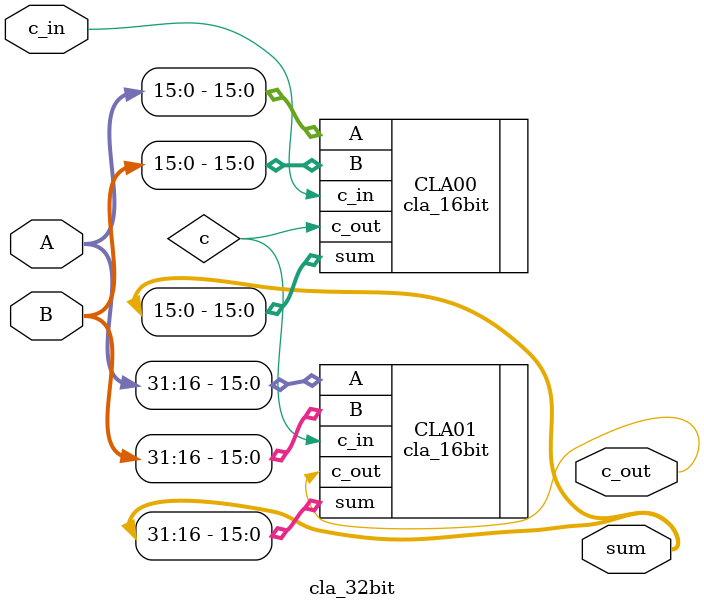
<source format=v>
`timescale 1ps/1ps
module cla_32bit (
    input [31:0] A,
    input [31:0] B,
    input c_in,
    output [31:0] sum,
    output c_out
);
    wire c; //c is c_out

    cla_16bit CLA00(.A(A[15:0]), .B(B[15:0]), .c_in(c_in), .sum(sum[15:0]), .c_out(c));
    cla_16bit CLA01(.A(A[31:16]), .B(B[31:16]), .c_in(c), .sum(sum[31:16]), .c_out(c_out));

endmodule
</source>
